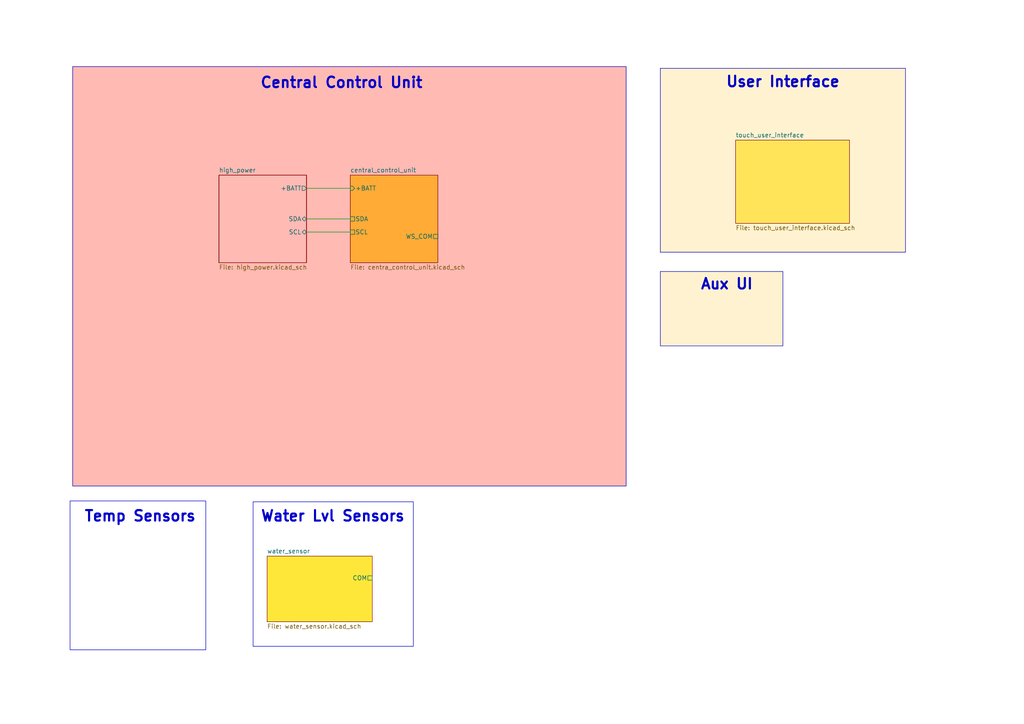
<source format=kicad_sch>
(kicad_sch
	(version 20231120)
	(generator "eeschema")
	(generator_version "8.0")
	(uuid "eeb1234c-eae0-4ac6-a30d-2a978d66d889")
	(paper "A4")
	(lib_symbols)
	(wire
		(pts
			(xy 88.9 54.61) (xy 101.6 54.61)
		)
		(stroke
			(width 0)
			(type default)
		)
		(uuid "a566c041-5c0b-450c-965e-f3e52956c028")
	)
	(wire
		(pts
			(xy 88.9 63.5) (xy 101.6 63.5)
		)
		(stroke
			(width 0)
			(type default)
		)
		(uuid "da15c053-e07a-483b-8f55-e46c9741bc5c")
	)
	(wire
		(pts
			(xy 88.9 67.31) (xy 101.6 67.31)
		)
		(stroke
			(width 0)
			(type default)
		)
		(uuid "dbbd2c6f-f33b-4f60-90e1-3e68c1c6832b")
	)
	(rectangle
		(start 191.516 78.74)
		(end 227.076 100.33)
		(stroke
			(width 0)
			(type default)
		)
		(fill
			(type color)
			(color 255 223 139 0.4)
		)
		(uuid 32250dd0-8b28-4438-a40c-55b7af948fec)
	)
	(rectangle
		(start 21.082 19.304)
		(end 181.61 140.97)
		(stroke
			(width 0)
			(type default)
		)
		(fill
			(type color)
			(color 255 64 49 0.36)
		)
		(uuid 3862b10d-e8d5-4060-9c1b-b53319f58206)
	)
	(rectangle
		(start 20.32 145.288)
		(end 59.69 188.468)
		(stroke
			(width 0)
			(type default)
		)
		(fill
			(type none)
		)
		(uuid 9994f2f5-4c34-4483-9f50-f72f1973f084)
	)
	(rectangle
		(start 191.516 19.812)
		(end 262.636 73.152)
		(stroke
			(width 0)
			(type default)
		)
		(fill
			(type color)
			(color 255 223 139 0.4)
		)
		(uuid df1caf54-a1e9-40f8-b515-9b416f1636b1)
	)
	(rectangle
		(start 73.406 145.542)
		(end 119.888 187.452)
		(stroke
			(width 0)
			(type default)
		)
		(fill
			(type none)
		)
		(uuid dfbc53cb-8fee-472f-8157-ae956faf68f5)
	)
	(text "User Interface"
		(exclude_from_sim no)
		(at 227.076 23.876 0)
		(effects
			(font
				(size 3.048 3.048)
				(thickness 0.6096)
				(bold yes)
			)
		)
		(uuid "19873b8b-6d6b-4aa3-b3e6-83df44f7a1e8")
	)
	(text "Central Control Unit"
		(exclude_from_sim no)
		(at 99.06 24.13 0)
		(effects
			(font
				(size 3.048 3.048)
				(thickness 0.6096)
				(bold yes)
			)
		)
		(uuid "3e4bfcec-a86a-46c5-9bd7-f5fccd85959f")
	)
	(text "Temp Sensors"
		(exclude_from_sim no)
		(at 40.64 149.86 0)
		(effects
			(font
				(size 3.048 3.048)
				(thickness 0.6096)
				(bold yes)
			)
		)
		(uuid "628a8e34-669b-40f0-a1ea-411ba248e8ba")
	)
	(text "Water Lvl Sensors"
		(exclude_from_sim no)
		(at 96.52 149.86 0)
		(effects
			(font
				(size 3.048 3.048)
				(thickness 0.6096)
				(bold yes)
			)
		)
		(uuid "c21586e2-e9a3-4fe8-a114-1bcd74d6d68f")
	)
	(text "Aux UI"
		(exclude_from_sim no)
		(at 210.82 82.55 0)
		(effects
			(font
				(size 3.048 3.048)
				(thickness 0.6096)
				(bold yes)
			)
		)
		(uuid "f63c7ad2-53ba-4b45-8367-8a0cf3ed07d7")
	)
	(sheet
		(at 101.6 50.8)
		(size 25.4 25.4)
		(fields_autoplaced yes)
		(stroke
			(width 0.1524)
			(type solid)
		)
		(fill
			(color 255 231 58 1.0000)
		)
		(uuid "04c402f1-b99a-4823-99a0-0c7312782f29")
		(property "Sheetname" "central_control_unit"
			(at 101.6 50.0884 0)
			(effects
				(font
					(size 1.27 1.27)
				)
				(justify left bottom)
			)
		)
		(property "Sheetfile" "centra_control_unit.kicad_sch"
			(at 101.6 76.7846 0)
			(effects
				(font
					(size 1.27 1.27)
				)
				(justify left top)
			)
		)
		(pin "+BATT" input
			(at 101.6 54.61 180)
			(effects
				(font
					(size 1.27 1.27)
				)
				(justify left)
			)
			(uuid "a2c637e0-b578-4d23-8392-acd431cd06f4")
		)
		(pin "SCL" passive
			(at 101.6 67.31 180)
			(effects
				(font
					(size 1.27 1.27)
				)
				(justify left)
			)
			(uuid "ce28059b-6c49-4424-8356-cf1ae651b5dc")
		)
		(pin "SDA" passive
			(at 101.6 63.5 180)
			(effects
				(font
					(size 1.27 1.27)
				)
				(justify left)
			)
			(uuid "7ed4fee2-7831-4b85-a631-c80db88d92db")
		)
		(pin "WS_COM" passive
			(at 127 68.58 0)
			(effects
				(font
					(size 1.27 1.27)
				)
				(justify right)
			)
			(uuid "f1ba32ad-8d2a-4d07-8439-f10cf10902fc")
		)
		(instances
			(project "electronics"
				(path "/eeb1234c-eae0-4ac6-a30d-2a978d66d889"
					(page "2")
				)
			)
		)
	)
	(sheet
		(at 213.36 40.64)
		(size 33.02 24.13)
		(fields_autoplaced yes)
		(stroke
			(width 0.1524)
			(type solid)
		)
		(fill
			(color 255 231 58 1.0000)
		)
		(uuid "175fd3c3-68c1-4b4d-9bb6-3e1c2844a746")
		(property "Sheetname" "touch_user_interface"
			(at 213.36 39.9284 0)
			(effects
				(font
					(size 1.27 1.27)
				)
				(justify left bottom)
			)
		)
		(property "Sheetfile" "touch_user_interface.kicad_sch"
			(at 213.36 65.3546 0)
			(effects
				(font
					(size 1.27 1.27)
				)
				(justify left top)
			)
		)
		(instances
			(project "electronics"
				(path "/eeb1234c-eae0-4ac6-a30d-2a978d66d889"
					(page "3")
				)
			)
		)
	)
	(sheet
		(at 77.47 161.29)
		(size 30.48 19.05)
		(fields_autoplaced yes)
		(stroke
			(width 0.1524)
			(type solid)
		)
		(fill
			(color 255 231 58 1.0000)
		)
		(uuid "4e10a58b-e97c-411d-a166-d2f84238dc25")
		(property "Sheetname" "water_sensor"
			(at 77.47 160.5784 0)
			(effects
				(font
					(size 1.27 1.27)
				)
				(justify left bottom)
			)
		)
		(property "Sheetfile" "water_sensor.kicad_sch"
			(at 77.47 180.9246 0)
			(effects
				(font
					(size 1.27 1.27)
				)
				(justify left top)
			)
		)
		(pin "COM" passive
			(at 107.95 167.64 0)
			(effects
				(font
					(size 1.27 1.27)
				)
				(justify right)
			)
			(uuid "69b434df-b10f-4605-96ca-065b779d49b0")
		)
		(instances
			(project "electronics"
				(path "/eeb1234c-eae0-4ac6-a30d-2a978d66d889"
					(page "4")
				)
			)
		)
	)
	(sheet
		(at 63.5 50.8)
		(size 25.4 25.4)
		(fields_autoplaced yes)
		(stroke
			(width 0.1524)
			(type solid)
		)
		(fill
			(color 0 0 0 0.0000)
		)
		(uuid "da888cb1-ed89-4b09-bf89-340f462f0940")
		(property "Sheetname" "high_power"
			(at 63.5 50.0884 0)
			(effects
				(font
					(size 1.27 1.27)
				)
				(justify left bottom)
			)
		)
		(property "Sheetfile" "high_power.kicad_sch"
			(at 63.5 76.7846 0)
			(effects
				(font
					(size 1.27 1.27)
				)
				(justify left top)
			)
		)
		(property "exclude" ""
			(at 63.5 50.8 0)
			(effects
				(font
					(size 1.27 1.27)
				)
				(hide yes)
			)
		)
		(pin "SDA" bidirectional
			(at 88.9 63.5 0)
			(effects
				(font
					(size 1.27 1.27)
				)
				(justify right)
			)
			(uuid "0f1bb682-a221-4266-bc74-6be2fed535c3")
		)
		(pin "SCL" bidirectional
			(at 88.9 67.31 0)
			(effects
				(font
					(size 1.27 1.27)
				)
				(justify right)
			)
			(uuid "79f03671-86c1-49f7-9516-d5866b2bffba")
		)
		(pin "+BATT" output
			(at 88.9 54.61 0)
			(effects
				(font
					(size 1.27 1.27)
				)
				(justify right)
			)
			(uuid "582c8c36-ca17-404c-905d-56b7d047a53a")
		)
		(instances
			(project "electronics"
				(path "/eeb1234c-eae0-4ac6-a30d-2a978d66d889"
					(page "5")
				)
			)
		)
	)
	(sheet_instances
		(path "/"
			(page "1")
		)
	)
)

</source>
